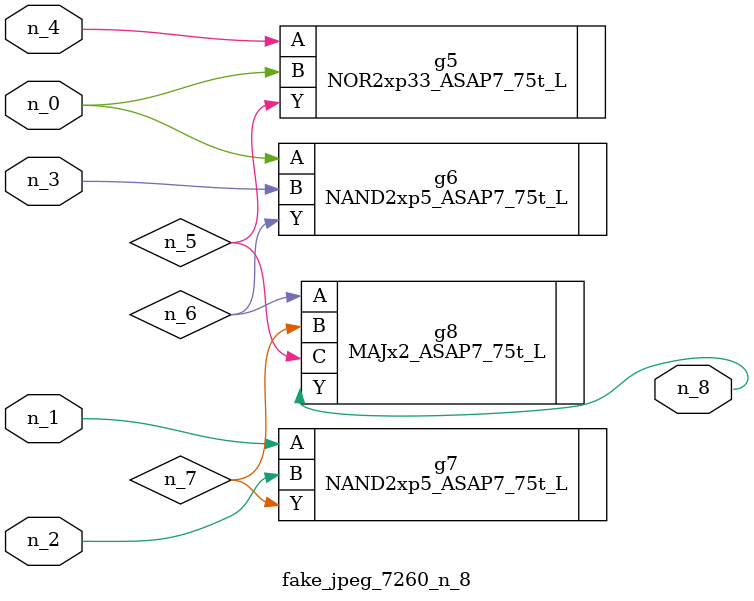
<source format=v>
module fake_jpeg_7260_n_8 (n_3, n_2, n_1, n_0, n_4, n_8);

input n_3;
input n_2;
input n_1;
input n_0;
input n_4;

output n_8;

wire n_6;
wire n_5;
wire n_7;

NOR2xp33_ASAP7_75t_L g5 ( 
.A(n_4),
.B(n_0),
.Y(n_5)
);

NAND2xp5_ASAP7_75t_L g6 ( 
.A(n_0),
.B(n_3),
.Y(n_6)
);

NAND2xp5_ASAP7_75t_L g7 ( 
.A(n_1),
.B(n_2),
.Y(n_7)
);

MAJx2_ASAP7_75t_L g8 ( 
.A(n_6),
.B(n_7),
.C(n_5),
.Y(n_8)
);


endmodule
</source>
